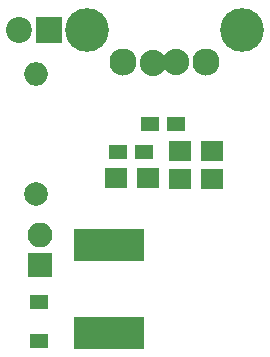
<source format=gbr>
G04 #@! TF.GenerationSoftware,KiCad,Pcbnew,(5.0.0-3-g5ebb6b6)*
G04 #@! TF.CreationDate,2018-09-20T13:09:26-07:00*
G04 #@! TF.ProjectId,phone_charger,70686F6E655F636861726765722E6B69,rev?*
G04 #@! TF.SameCoordinates,Original*
G04 #@! TF.FileFunction,Soldermask,Bot*
G04 #@! TF.FilePolarity,Negative*
%FSLAX46Y46*%
G04 Gerber Fmt 4.6, Leading zero omitted, Abs format (unit mm)*
G04 Created by KiCad (PCBNEW (5.0.0-3-g5ebb6b6)) date Thursday, September 20, 2018 at 01:09:26 PM*
%MOMM*%
%LPD*%
G01*
G04 APERTURE LIST*
%ADD10O,2.100000X2.100000*%
%ADD11R,2.100000X2.100000*%
%ADD12C,2.000000*%
%ADD13O,2.000000X2.000000*%
%ADD14R,1.600000X1.300000*%
%ADD15C,2.300000*%
%ADD16C,2.240000*%
%ADD17C,3.700000*%
%ADD18R,6.000000X2.700000*%
%ADD19R,2.200000X2.200000*%
%ADD20C,2.200000*%
%ADD21R,1.900000X1.700000*%
G04 APERTURE END LIST*
D10*
G04 #@! TO.C,J1*
X90525600Y-73456800D03*
D11*
X90525600Y-75996800D03*
G04 #@! TD*
D12*
G04 #@! TO.C,R1*
X90170000Y-69951600D03*
D13*
X90170000Y-59791600D03*
G04 #@! TD*
D14*
G04 #@! TO.C,D2*
X90474800Y-79097600D03*
X90474800Y-82397600D03*
G04 #@! TD*
D15*
G04 #@! TO.C,J2*
X104592000Y-58844000D03*
D16*
X102092000Y-58834000D03*
X100092000Y-58859000D03*
D15*
X97592000Y-58844000D03*
D17*
X107662000Y-56134000D03*
X94522000Y-56134000D03*
G04 #@! TD*
D18*
G04 #@! TO.C,F1*
X96367600Y-81720400D03*
X96367600Y-74320400D03*
G04 #@! TD*
D19*
G04 #@! TO.C,D1*
X91338400Y-56134000D03*
D20*
X88798400Y-56134000D03*
G04 #@! TD*
D14*
G04 #@! TO.C,R7*
X99872800Y-64058800D03*
X102072800Y-64058800D03*
G04 #@! TD*
G04 #@! TO.C,R5*
X97114000Y-66395600D03*
X99314000Y-66395600D03*
G04 #@! TD*
D21*
G04 #@! TO.C,R6*
X102412800Y-66344800D03*
X105112800Y-66344800D03*
G04 #@! TD*
G04 #@! TO.C,R4*
X102412800Y-68732400D03*
X105112800Y-68732400D03*
G04 #@! TD*
G04 #@! TO.C,R3*
X96977200Y-68630800D03*
X99677200Y-68630800D03*
G04 #@! TD*
M02*

</source>
